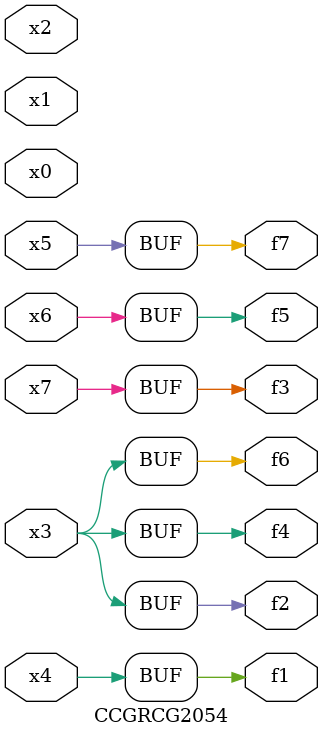
<source format=v>
module CCGRCG2054(
	input x0, x1, x2, x3, x4, x5, x6, x7,
	output f1, f2, f3, f4, f5, f6, f7
);
	assign f1 = x4;
	assign f2 = x3;
	assign f3 = x7;
	assign f4 = x3;
	assign f5 = x6;
	assign f6 = x3;
	assign f7 = x5;
endmodule

</source>
